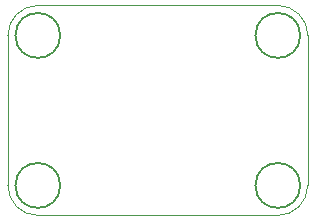
<source format=gbr>
%TF.GenerationSoftware,KiCad,Pcbnew,5.1.5+dfsg1-2~bpo10+1*%
%TF.CreationDate,Date%
%TF.ProjectId,Gesture Sensor,47657374-7572-4652-9053-656e736f722e,rev?*%
%TF.SameCoordinates,Original*%
%TF.FileFunction,Other,Comment*%
%FSLAX45Y45*%
G04 Gerber Fmt 4.5, Leading zero omitted, Abs format (unit mm)*
G04 Created by KiCad*
%MOMM*%
%LPD*%
G04 APERTURE LIST*
%ADD10C,0.050000*%
%ADD11C,0.150000*%
G04 APERTURE END LIST*
D10*
X13335000Y-6350000D02*
G75*
G02X13081000Y-6096000I0J254000D01*
G01*
X15367000Y-4572000D02*
G75*
G02X15621000Y-4826000I0J-254000D01*
G01*
X15621000Y-6096000D02*
G75*
G02X15367000Y-6350000I-254000J0D01*
G01*
X13081000Y-4826000D02*
G75*
G02X13335000Y-4572000I254000J0D01*
G01*
X13335000Y-4572000D02*
X15367000Y-4572000D01*
X13081000Y-4826000D02*
X13081000Y-6096000D01*
X15621000Y-4826000D02*
X15621000Y-6096000D01*
X13335000Y-6350000D02*
X15367000Y-6350000D01*
D11*
X15557000Y-6096000D02*
G75*
G03X15557000Y-6096000I-190000J0D01*
G01*
X13525000Y-6096000D02*
G75*
G03X13525000Y-6096000I-190000J0D01*
G01*
X13525000Y-4826000D02*
G75*
G03X13525000Y-4826000I-190000J0D01*
G01*
X15557000Y-4826000D02*
G75*
G03X15557000Y-4826000I-190000J0D01*
G01*
M02*

</source>
